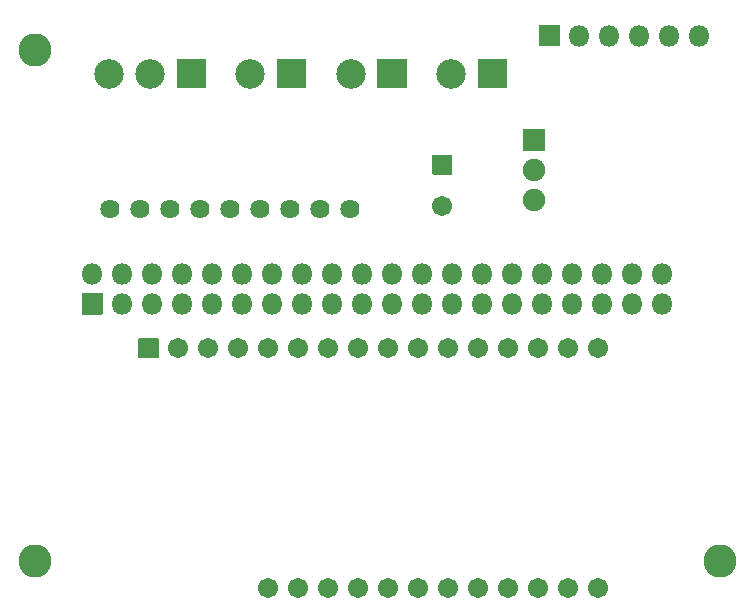
<source format=gbr>
G04 #@! TF.GenerationSoftware,KiCad,Pcbnew,(5.1.10-1-10_14)*
G04 #@! TF.CreationDate,2021-07-05T16:27:44+02:00*
G04 #@! TF.ProjectId,cablebot_camera,6361626c-6562-46f7-945f-63616d657261,1.0*
G04 #@! TF.SameCoordinates,Original*
G04 #@! TF.FileFunction,Soldermask,Bot*
G04 #@! TF.FilePolarity,Negative*
%FSLAX46Y46*%
G04 Gerber Fmt 4.6, Leading zero omitted, Abs format (unit mm)*
G04 Created by KiCad (PCBNEW (5.1.10-1-10_14)) date 2021-07-05 16:27:44*
%MOMM*%
%LPD*%
G01*
G04 APERTURE LIST*
%ADD10C,2.802000*%
%ADD11O,1.802000X1.802000*%
%ADD12C,2.502000*%
%ADD13C,1.702000*%
%ADD14C,1.902000*%
%ADD15C,1.626000*%
G04 APERTURE END LIST*
D10*
X121007000Y-74343000D03*
D11*
X177282000Y-73143000D03*
X174742000Y-73143000D03*
X172202000Y-73143000D03*
X169662000Y-73143000D03*
X167122000Y-73143000D03*
G36*
G01*
X165432000Y-74044000D02*
X163732000Y-74044000D01*
G75*
G02*
X163681000Y-73993000I0J51000D01*
G01*
X163681000Y-72293000D01*
G75*
G02*
X163732000Y-72242000I51000J0D01*
G01*
X165432000Y-72242000D01*
G75*
G02*
X165483000Y-72293000I0J-51000D01*
G01*
X165483000Y-73993000D01*
G75*
G02*
X165432000Y-74044000I-51000J0D01*
G01*
G37*
D12*
X127282000Y-76343000D03*
X130782000Y-76343000D03*
G36*
G01*
X135533000Y-75143000D02*
X135533000Y-77543000D01*
G75*
G02*
X135482000Y-77594000I-51000J0D01*
G01*
X133082000Y-77594000D01*
G75*
G02*
X133031000Y-77543000I0J51000D01*
G01*
X133031000Y-75143000D01*
G75*
G02*
X133082000Y-75092000I51000J0D01*
G01*
X135482000Y-75092000D01*
G75*
G02*
X135533000Y-75143000I0J-51000D01*
G01*
G37*
D13*
X155532000Y-87543000D03*
G36*
G01*
X154732000Y-83192000D02*
X156332000Y-83192000D01*
G75*
G02*
X156383000Y-83243000I0J-51000D01*
G01*
X156383000Y-84843000D01*
G75*
G02*
X156332000Y-84894000I-51000J0D01*
G01*
X154732000Y-84894000D01*
G75*
G02*
X154681000Y-84843000I0J51000D01*
G01*
X154681000Y-83243000D01*
G75*
G02*
X154732000Y-83192000I51000J0D01*
G01*
G37*
D12*
X139282000Y-76343000D03*
G36*
G01*
X144033000Y-75143000D02*
X144033000Y-77543000D01*
G75*
G02*
X143982000Y-77594000I-51000J0D01*
G01*
X141582000Y-77594000D01*
G75*
G02*
X141531000Y-77543000I0J51000D01*
G01*
X141531000Y-75143000D01*
G75*
G02*
X141582000Y-75092000I51000J0D01*
G01*
X143982000Y-75092000D01*
G75*
G02*
X144033000Y-75143000I0J-51000D01*
G01*
G37*
X147782000Y-76343000D03*
G36*
G01*
X152533000Y-75143000D02*
X152533000Y-77543000D01*
G75*
G02*
X152482000Y-77594000I-51000J0D01*
G01*
X150082000Y-77594000D01*
G75*
G02*
X150031000Y-77543000I0J51000D01*
G01*
X150031000Y-75143000D01*
G75*
G02*
X150082000Y-75092000I51000J0D01*
G01*
X152482000Y-75092000D01*
G75*
G02*
X152533000Y-75143000I0J-51000D01*
G01*
G37*
D14*
X163282000Y-87023000D03*
X163282000Y-84483000D03*
G36*
G01*
X164182000Y-82894000D02*
X162382000Y-82894000D01*
G75*
G02*
X162331000Y-82843000I0J51000D01*
G01*
X162331000Y-81043000D01*
G75*
G02*
X162382000Y-80992000I51000J0D01*
G01*
X164182000Y-80992000D01*
G75*
G02*
X164233000Y-81043000I0J-51000D01*
G01*
X164233000Y-82843000D01*
G75*
G02*
X164182000Y-82894000I-51000J0D01*
G01*
G37*
D12*
X156282000Y-76343000D03*
G36*
G01*
X161033000Y-75143000D02*
X161033000Y-77543000D01*
G75*
G02*
X160982000Y-77594000I-51000J0D01*
G01*
X158582000Y-77594000D01*
G75*
G02*
X158531000Y-77543000I0J51000D01*
G01*
X158531000Y-75143000D01*
G75*
G02*
X158582000Y-75092000I51000J0D01*
G01*
X160982000Y-75092000D01*
G75*
G02*
X161033000Y-75143000I0J-51000D01*
G01*
G37*
D15*
X127397000Y-87793000D03*
X129937000Y-87793000D03*
X132477000Y-87793000D03*
X135017000Y-87793000D03*
X137557000Y-87793000D03*
X140097000Y-87793000D03*
X142637000Y-87793000D03*
X145177000Y-87793000D03*
X147717000Y-87793000D03*
D13*
X168757000Y-119921000D03*
X166217000Y-119921000D03*
X163677000Y-119921000D03*
X161137000Y-119921000D03*
X158597000Y-119921000D03*
X156057000Y-119921000D03*
X153517000Y-119921000D03*
X150977000Y-119921000D03*
X148437000Y-119921000D03*
X145897000Y-119921000D03*
X143357000Y-119921000D03*
X140817000Y-119921000D03*
G36*
G01*
X131457000Y-100452000D02*
X129857000Y-100452000D01*
G75*
G02*
X129806000Y-100401000I0J51000D01*
G01*
X129806000Y-98801000D01*
G75*
G02*
X129857000Y-98750000I51000J0D01*
G01*
X131457000Y-98750000D01*
G75*
G02*
X131508000Y-98801000I0J-51000D01*
G01*
X131508000Y-100401000D01*
G75*
G02*
X131457000Y-100452000I-51000J0D01*
G01*
G37*
X133197000Y-99601000D03*
X135737000Y-99601000D03*
X138277000Y-99601000D03*
X140817000Y-99601000D03*
X143357000Y-99601000D03*
X145897000Y-99601000D03*
X148437000Y-99601000D03*
X150977000Y-99601000D03*
X153517000Y-99601000D03*
X156057000Y-99601000D03*
X158597000Y-99601000D03*
X161137000Y-99601000D03*
X163677000Y-99601000D03*
X166217000Y-99601000D03*
X168757000Y-99601000D03*
G36*
G01*
X125052000Y-94937000D02*
X126752000Y-94937000D01*
G75*
G02*
X126803000Y-94988000I0J-51000D01*
G01*
X126803000Y-96688000D01*
G75*
G02*
X126752000Y-96739000I-51000J0D01*
G01*
X125052000Y-96739000D01*
G75*
G02*
X125001000Y-96688000I0J51000D01*
G01*
X125001000Y-94988000D01*
G75*
G02*
X125052000Y-94937000I51000J0D01*
G01*
G37*
D11*
X125902000Y-93298000D03*
X128442000Y-95838000D03*
X128442000Y-93298000D03*
X130982000Y-95838000D03*
X130982000Y-93298000D03*
X133522000Y-95838000D03*
X133522000Y-93298000D03*
X136062000Y-95838000D03*
X136062000Y-93298000D03*
X138602000Y-95838000D03*
X138602000Y-93298000D03*
X141142000Y-95838000D03*
X141142000Y-93298000D03*
X143682000Y-95838000D03*
X143682000Y-93298000D03*
X146222000Y-95838000D03*
X146222000Y-93298000D03*
X148762000Y-95838000D03*
X148762000Y-93298000D03*
X151302000Y-95838000D03*
X151302000Y-93298000D03*
X153842000Y-95838000D03*
X153842000Y-93298000D03*
X156382000Y-95838000D03*
X156382000Y-93298000D03*
X158922000Y-95838000D03*
X158922000Y-93298000D03*
X161462000Y-95838000D03*
X161462000Y-93298000D03*
X164002000Y-95838000D03*
X164002000Y-93298000D03*
X166542000Y-95838000D03*
X166542000Y-93298000D03*
X169082000Y-95838000D03*
X169082000Y-93298000D03*
X171622000Y-95838000D03*
X171622000Y-93298000D03*
X174162000Y-95838000D03*
X174162000Y-93298000D03*
D10*
X179032000Y-117568000D03*
X121032000Y-117568000D03*
M02*

</source>
